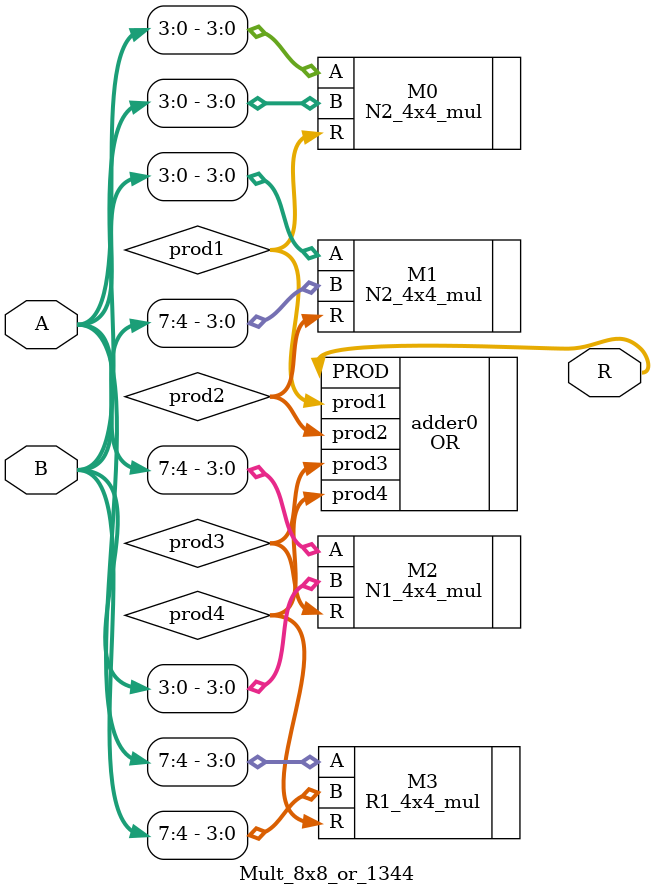
<source format=v>
module Mult_8x8_or_1344(
input [7:0] A,
input [7:0] B,
output [15:0]R
);
wire [7:0]prod1;
wire [7:0]prod2;
wire [7:0]prod3;
wire [7:0]prod4;

N2_4x4_mul M0(.A(A[3:0]),.B(B[3:0]),.R(prod1));
N2_4x4_mul M1(.A(A[3:0]),.B(B[7:4]),.R(prod2));
N1_4x4_mul M2(.A(A[7:4]),.B(B[3:0]),.R(prod3));
R1_4x4_mul M3(.A(A[7:4]),.B(B[7:4]),.R(prod4));
OR adder0(.prod1(prod1),.prod2(prod2),.prod3(prod3),.prod4(prod4),.PROD(R));
endmodule

</source>
